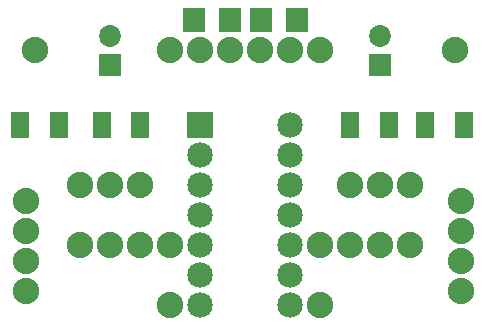
<source format=gbs>
G04 MADE WITH FRITZING*
G04 WWW.FRITZING.ORG*
G04 SINGLE SIDED*
G04 HOLES NOT PLATED*
G04 CONTOUR ON CENTER OF CONTOUR VECTOR*
%ASAXBY*%
%FSLAX23Y23*%
%MOIN*%
%OFA0B0*%
%SFA1.0B1.0*%
%ADD10C,0.088000*%
%ADD11C,0.085000*%
%ADD12C,0.072992*%
%ADD13R,0.085000X0.085000*%
%ADD14R,0.072992X0.072992*%
%ADD15R,0.072992X0.084803*%
%ADD16R,0.059208X0.088736*%
%ADD17R,0.059222X0.088736*%
%LNMASK0*%
G90*
G70*
G54D10*
X674Y358D03*
X1174Y358D03*
X1174Y158D03*
X1624Y1008D03*
X674Y158D03*
X224Y1008D03*
G54D11*
X774Y758D03*
X1074Y758D03*
X774Y658D03*
X1074Y658D03*
X774Y558D03*
X1074Y558D03*
X774Y458D03*
X1074Y458D03*
X774Y358D03*
X1074Y358D03*
X774Y258D03*
X1074Y258D03*
X774Y158D03*
X1074Y158D03*
G54D10*
X1174Y1008D03*
X1074Y1008D03*
X974Y1008D03*
X874Y1008D03*
X774Y1008D03*
X674Y1008D03*
X1474Y558D03*
X1374Y558D03*
X1274Y558D03*
X1474Y358D03*
X1374Y358D03*
X1274Y358D03*
X374Y558D03*
X474Y558D03*
X574Y558D03*
X374Y358D03*
X474Y358D03*
X574Y358D03*
G54D12*
X1374Y958D03*
X1374Y1056D03*
X474Y958D03*
X474Y1056D03*
G54D10*
X194Y505D03*
X194Y405D03*
X194Y305D03*
X194Y205D03*
X1644Y505D03*
X1644Y405D03*
X1644Y305D03*
X1644Y205D03*
G54D13*
X774Y758D03*
G54D14*
X1374Y958D03*
X474Y958D03*
G54D15*
X1097Y1108D03*
X975Y1108D03*
X874Y1108D03*
X752Y1108D03*
G54D16*
X1652Y758D03*
G54D17*
X1524Y758D03*
G54D16*
X1402Y758D03*
G54D17*
X1274Y758D03*
G54D16*
X174Y758D03*
G54D17*
X302Y758D03*
G54D16*
X446Y758D03*
G54D17*
X574Y758D03*
G04 End of Mask0*
M02*
</source>
